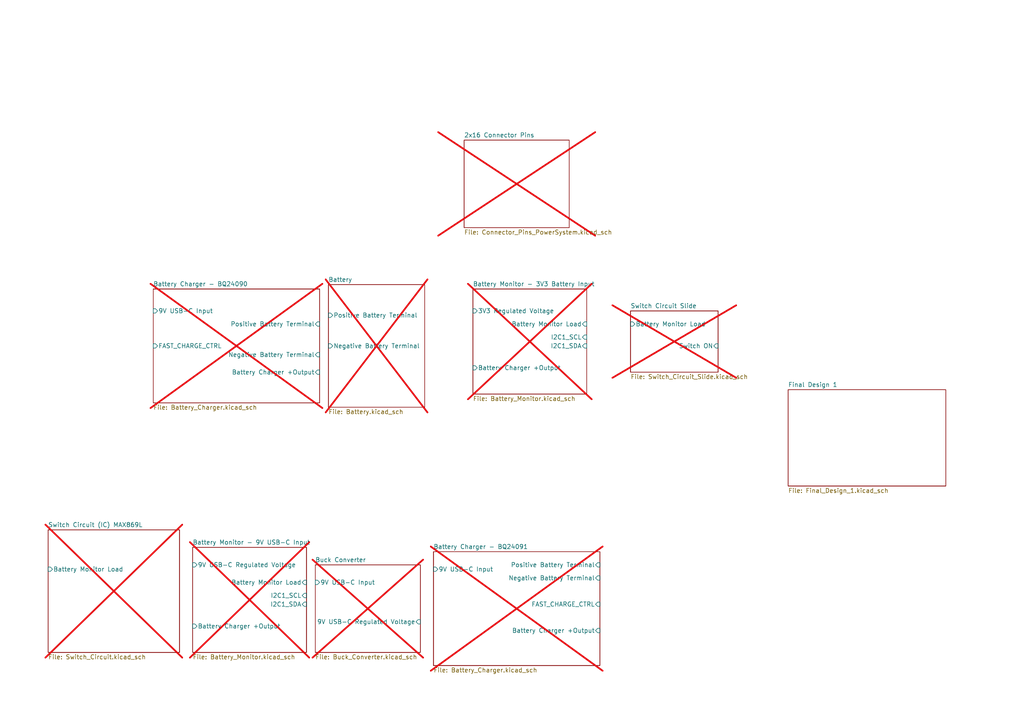
<source format=kicad_sch>
(kicad_sch
	(version 20250114)
	(generator "eeschema")
	(generator_version "9.0")
	(uuid "505f7fbb-3418-4f91-98a7-a149fc7fa57a")
	(paper "A4")
	(title_block
		(title "EEE3088F Project PCB Design")
		(date "2025-03-24")
		(rev "v1.0")
		(company "University of Cape Town")
		(comment 3 "         Emmanual Basua")
		(comment 4 "Authors: Nejdet Demirtas")
	)
	(lib_symbols)
	(sheet
		(at 44.45 83.82)
		(size 48.26 33.02)
		(exclude_from_sim yes)
		(in_bom no)
		(on_board no)
		(dnp yes)
		(fields_autoplaced yes)
		(stroke
			(width 0.1524)
			(type solid)
		)
		(fill
			(color 0 0 0 0.0000)
		)
		(uuid "17708a82-36e9-49d0-b364-e4abfe4a98c9")
		(property "Sheetname" "Battery Charger - BQ24090"
			(at 44.45 83.1084 0)
			(effects
				(font
					(size 1.27 1.27)
				)
				(justify left bottom)
			)
		)
		(property "Sheetfile" "Battery_Charger.kicad_sch"
			(at 44.45 117.4246 0)
			(effects
				(font
					(size 1.27 1.27)
				)
				(justify left top)
			)
		)
		(pin "9V USB-C Input" input
			(at 44.45 90.17 180)
			(uuid "2f344caa-c4ca-461a-88ea-af1ed1cfb242")
			(effects
				(font
					(size 1.27 1.27)
				)
				(justify left)
			)
		)
		(pin "FAST_CHARGE_CTRL" input
			(at 44.45 100.33 180)
			(uuid "9a558669-ce8b-4e9a-80b7-bbe08a661348")
			(effects
				(font
					(size 1.27 1.27)
				)
				(justify left)
			)
		)
		(pin "Battery Charger +Output" input
			(at 92.71 107.95 0)
			(uuid "73d55a54-77c6-4cf8-9288-4dbf9822efe4")
			(effects
				(font
					(size 1.27 1.27)
				)
				(justify right)
			)
		)
		(pin "Negative Battery Terminal" input
			(at 92.71 102.87 0)
			(uuid "c41f088a-5aad-493c-955e-1e28f2d0d309")
			(effects
				(font
					(size 1.27 1.27)
				)
				(justify right)
			)
		)
		(pin "Positive Battery Terminal" input
			(at 92.71 93.98 0)
			(uuid "4ae880ce-3e2d-4240-82fd-3ea4bd3e0e51")
			(effects
				(font
					(size 1.27 1.27)
				)
				(justify right)
			)
		)
		(instances
			(project "Micro-Mouse PCB Board"
				(path "/c79eaff6-1f87-4a86-8c05-59d68a29ace1/ad7d91a5-b43e-4220-926d-1cae98152096"
					(page "6")
				)
			)
		)
	)
	(sheet
		(at 228.6 113.03)
		(size 45.72 27.94)
		(exclude_from_sim no)
		(in_bom yes)
		(on_board yes)
		(dnp no)
		(fields_autoplaced yes)
		(stroke
			(width 0.1524)
			(type solid)
		)
		(fill
			(color 0 0 0 0.0000)
		)
		(uuid "306f2eef-778e-40b2-8f6b-08e6d6abe796")
		(property "Sheetname" "Final Design 1"
			(at 228.6 112.3184 0)
			(effects
				(font
					(size 1.27 1.27)
				)
				(justify left bottom)
			)
		)
		(property "Sheetfile" "Final_Design_1.kicad_sch"
			(at 228.6 141.5546 0)
			(effects
				(font
					(size 1.27 1.27)
				)
				(justify left top)
			)
		)
		(instances
			(project "Micro-Mouse PCB Board"
				(path "/c79eaff6-1f87-4a86-8c05-59d68a29ace1/ad7d91a5-b43e-4220-926d-1cae98152096"
					(page "13")
				)
			)
		)
	)
	(sheet
		(at 182.88 90.17)
		(size 25.4 17.78)
		(exclude_from_sim yes)
		(in_bom no)
		(on_board no)
		(dnp yes)
		(fields_autoplaced yes)
		(stroke
			(width 0.1524)
			(type solid)
		)
		(fill
			(color 0 0 0 0.0000)
		)
		(uuid "44ccebff-f395-4cff-a943-bd06d53de0c0")
		(property "Sheetname" "Switch Circuit Slide"
			(at 182.88 89.4584 0)
			(effects
				(font
					(size 1.27 1.27)
				)
				(justify left bottom)
			)
		)
		(property "Sheetfile" "Switch_Circuit_Slide.kicad_sch"
			(at 182.88 108.5346 0)
			(effects
				(font
					(size 1.27 1.27)
				)
				(justify left top)
			)
		)
		(pin "Battery Monitor Load" input
			(at 182.88 93.98 180)
			(uuid "00285061-ed3e-4bc7-8483-21b21f3353ae")
			(effects
				(font
					(size 1.27 1.27)
				)
				(justify left)
			)
		)
		(pin "Switch ON" input
			(at 208.28 100.33 0)
			(uuid "28607cf3-bf0d-4279-99bf-5828b16240fb")
			(effects
				(font
					(size 1.27 1.27)
				)
				(justify right)
			)
		)
		(instances
			(project "Micro-Mouse PCB Board"
				(path "/c79eaff6-1f87-4a86-8c05-59d68a29ace1/ad7d91a5-b43e-4220-926d-1cae98152096"
					(page "11")
				)
			)
		)
	)
	(sheet
		(at 95.25 82.55)
		(size 27.94 35.56)
		(exclude_from_sim yes)
		(in_bom no)
		(on_board no)
		(dnp yes)
		(fields_autoplaced yes)
		(stroke
			(width 0.1524)
			(type solid)
		)
		(fill
			(color 0 0 0 0.0000)
		)
		(uuid "5325902a-9408-492f-be21-0efb32d15b3a")
		(property "Sheetname" "Battery"
			(at 95.25 81.8384 0)
			(effects
				(font
					(size 1.27 1.27)
				)
				(justify left bottom)
			)
		)
		(property "Sheetfile" "Battery.kicad_sch"
			(at 95.25 118.6946 0)
			(effects
				(font
					(size 1.27 1.27)
				)
				(justify left top)
			)
		)
		(pin "Negative Battery Terminal" input
			(at 95.25 100.33 180)
			(uuid "add06b1c-d3ad-4ff2-9921-ddb4316bdd65")
			(effects
				(font
					(size 1.27 1.27)
				)
				(justify left)
			)
		)
		(pin "Positive Battery Terminal" input
			(at 95.25 91.44 180)
			(uuid "9a1036af-7f49-4b36-8e28-277b6a983f05")
			(effects
				(font
					(size 1.27 1.27)
				)
				(justify left)
			)
		)
		(instances
			(project "Micro-Mouse PCB Board"
				(path "/c79eaff6-1f87-4a86-8c05-59d68a29ace1/ad7d91a5-b43e-4220-926d-1cae98152096"
					(page "9")
				)
			)
		)
	)
	(sheet
		(at 125.73 160.02)
		(size 48.26 33.02)
		(exclude_from_sim yes)
		(in_bom no)
		(on_board no)
		(dnp yes)
		(fields_autoplaced yes)
		(stroke
			(width 0.1524)
			(type solid)
		)
		(fill
			(color 0 0 0 0.0000)
		)
		(uuid "556b4efd-43b0-40a7-b138-bef6cf13618e")
		(property "Sheetname" "Battery Charger - BQ24091"
			(at 125.73 159.3084 0)
			(effects
				(font
					(size 1.27 1.27)
				)
				(justify left bottom)
			)
		)
		(property "Sheetfile" "Battery_Charger.kicad_sch"
			(at 125.73 193.6246 0)
			(effects
				(font
					(size 1.27 1.27)
				)
				(justify left top)
			)
		)
		(pin "9V USB-C Input" input
			(at 125.73 165.1 180)
			(uuid "ea5f1286-4f26-4b12-a981-30a28879f6a6")
			(effects
				(font
					(size 1.27 1.27)
				)
				(justify left)
			)
		)
		(pin "FAST_CHARGE_CTRL" input
			(at 173.99 175.26 0)
			(uuid "516ecd82-847d-4dc4-9f4a-29a634797b34")
			(effects
				(font
					(size 1.27 1.27)
				)
				(justify right)
			)
		)
		(pin "Battery Charger +Output" input
			(at 173.99 182.88 0)
			(uuid "7a32093d-6936-4292-bb03-c537c81260ff")
			(effects
				(font
					(size 1.27 1.27)
				)
				(justify right)
			)
		)
		(pin "Negative Battery Terminal" input
			(at 173.99 167.64 0)
			(uuid "4efe0fd5-db83-4953-9856-1baeac30d22a")
			(effects
				(font
					(size 1.27 1.27)
				)
				(justify right)
			)
		)
		(pin "Positive Battery Terminal" input
			(at 173.99 163.83 0)
			(uuid "a417cb76-0f30-473a-8498-0262d7bf0207")
			(effects
				(font
					(size 1.27 1.27)
				)
				(justify right)
			)
		)
		(instances
			(project "Micro-Mouse PCB Board"
				(path "/c79eaff6-1f87-4a86-8c05-59d68a29ace1/ad7d91a5-b43e-4220-926d-1cae98152096"
					(page "7")
				)
			)
		)
	)
	(sheet
		(at 137.16 83.82)
		(size 33.02 30.48)
		(exclude_from_sim yes)
		(in_bom no)
		(on_board no)
		(dnp yes)
		(fields_autoplaced yes)
		(stroke
			(width 0.1524)
			(type solid)
		)
		(fill
			(color 0 0 0 0.0000)
		)
		(uuid "8f4e4ad6-9858-4843-8b89-11be762992ab")
		(property "Sheetname" "Battery Monitor - 3V3 Battery Input"
			(at 137.16 83.1084 0)
			(effects
				(font
					(size 1.27 1.27)
				)
				(justify left bottom)
			)
		)
		(property "Sheetfile" "Battery_Monitor.kicad_sch"
			(at 137.16 114.8846 0)
			(effects
				(font
					(size 1.27 1.27)
				)
				(justify left top)
			)
		)
		(pin "Battery Charger +Output" input
			(at 137.16 106.68 180)
			(uuid "068e2243-c280-45b9-9e02-ba814bf91438")
			(effects
				(font
					(size 1.27 1.27)
				)
				(justify left)
			)
		)
		(pin "Battery Monitor Load" input
			(at 170.18 93.98 0)
			(uuid "2a793364-7adb-4e19-9fd5-cb40ca988871")
			(effects
				(font
					(size 1.27 1.27)
				)
				(justify right)
			)
		)
		(pin "I2C1_SCL" input
			(at 170.18 97.79 0)
			(uuid "160c6cfe-1ba8-485b-b8b7-19090230921a")
			(effects
				(font
					(size 1.27 1.27)
				)
				(justify right)
			)
		)
		(pin "I2C1_SDA" input
			(at 170.18 100.33 0)
			(uuid "fc2b5830-4123-4d59-b7e0-bd223d4e4a7f")
			(effects
				(font
					(size 1.27 1.27)
				)
				(justify right)
			)
		)
		(pin "3V3 Regulated Voltage" input
			(at 137.16 90.17 180)
			(uuid "911d9805-7fca-4da4-9cbf-6d798a5e906a")
			(effects
				(font
					(size 1.27 1.27)
				)
				(justify left)
			)
		)
		(instances
			(project "Micro-Mouse PCB Board"
				(path "/c79eaff6-1f87-4a86-8c05-59d68a29ace1/ad7d91a5-b43e-4220-926d-1cae98152096"
					(page "12")
				)
			)
		)
	)
	(sheet
		(at 91.44 163.83)
		(size 30.48 25.4)
		(exclude_from_sim yes)
		(in_bom no)
		(on_board no)
		(dnp yes)
		(fields_autoplaced yes)
		(stroke
			(width 0.1524)
			(type solid)
		)
		(fill
			(color 0 0 0 0.0000)
		)
		(uuid "c3039a96-8a81-4d35-9291-370a34abc03c")
		(property "Sheetname" "Buck Converter"
			(at 91.44 163.1184 0)
			(effects
				(font
					(size 1.27 1.27)
				)
				(justify left bottom)
			)
		)
		(property "Sheetfile" "Buck_Converter.kicad_sch"
			(at 91.44 189.8146 0)
			(effects
				(font
					(size 1.27 1.27)
				)
				(justify left top)
			)
		)
		(pin "9V USB-C Input" input
			(at 91.44 168.91 180)
			(uuid "7765860d-823d-41d3-9cef-067bba8547d6")
			(effects
				(font
					(size 1.27 1.27)
				)
				(justify left)
			)
		)
		(pin "9V USB-C Regulated Voltage" input
			(at 121.92 180.34 0)
			(uuid "c1105375-cb26-4e50-bd65-8a9041f713f5")
			(effects
				(font
					(size 1.27 1.27)
				)
				(justify right)
			)
		)
		(instances
			(project "Micro-Mouse PCB Board"
				(path "/c79eaff6-1f87-4a86-8c05-59d68a29ace1/ad7d91a5-b43e-4220-926d-1cae98152096"
					(page "10")
				)
			)
		)
	)
	(sheet
		(at 13.97 153.67)
		(size 38.1 35.56)
		(exclude_from_sim yes)
		(in_bom no)
		(on_board no)
		(dnp yes)
		(fields_autoplaced yes)
		(stroke
			(width 0.1524)
			(type solid)
		)
		(fill
			(color 0 0 0 0.0000)
		)
		(uuid "c41b24ad-4205-427f-a935-8b4a66e3ae50")
		(property "Sheetname" "Switch Circuit (IC) MAX869L"
			(at 13.97 152.9584 0)
			(effects
				(font
					(size 1.27 1.27)
				)
				(justify left bottom)
			)
		)
		(property "Sheetfile" "Switch_Circuit.kicad_sch"
			(at 13.97 189.8146 0)
			(effects
				(font
					(size 1.27 1.27)
				)
				(justify left top)
			)
		)
		(property "Field2" ""
			(at 13.97 153.67 0)
			(effects
				(font
					(size 1.27 1.27)
				)
				(hide yes)
			)
		)
		(pin "Battery Monitor Load" input
			(at 13.97 165.1 180)
			(uuid "778ff94d-bf3c-4fa0-9388-36c2cb59df96")
			(effects
				(font
					(size 1.27 1.27)
				)
				(justify left)
			)
		)
		(instances
			(project "Micro-Mouse PCB Board"
				(path "/c79eaff6-1f87-4a86-8c05-59d68a29ace1/ad7d91a5-b43e-4220-926d-1cae98152096"
					(page "5")
				)
			)
		)
	)
	(sheet
		(at 55.88 158.75)
		(size 33.02 30.48)
		(exclude_from_sim yes)
		(in_bom no)
		(on_board no)
		(dnp yes)
		(fields_autoplaced yes)
		(stroke
			(width 0.1524)
			(type solid)
		)
		(fill
			(color 0 0 0 0.0000)
		)
		(uuid "e22b9128-7d85-48c5-9419-80f88215c90e")
		(property "Sheetname" "Battery Monitor - 9V USB-C Input"
			(at 55.88 158.0384 0)
			(effects
				(font
					(size 1.27 1.27)
				)
				(justify left bottom)
			)
		)
		(property "Sheetfile" "Battery_Monitor.kicad_sch"
			(at 55.88 189.8146 0)
			(effects
				(font
					(size 1.27 1.27)
				)
				(justify left top)
			)
		)
		(pin "9V USB-C Regulated Voltage" input
			(at 55.88 163.83 180)
			(uuid "fb3f3fa6-fd36-4d60-b8c0-ad36a67528f6")
			(effects
				(font
					(size 1.27 1.27)
				)
				(justify left)
			)
		)
		(pin "Battery Charger +Output" input
			(at 55.88 181.61 180)
			(uuid "65ac2a4a-2e5b-41df-8512-b40541b81895")
			(effects
				(font
					(size 1.27 1.27)
				)
				(justify left)
			)
		)
		(pin "Battery Monitor Load" input
			(at 88.9 168.91 0)
			(uuid "de15b0be-9364-4d71-ab3b-488b3f73d187")
			(effects
				(font
					(size 1.27 1.27)
				)
				(justify right)
			)
		)
		(pin "I2C1_SCL" input
			(at 88.9 172.72 0)
			(uuid "80daa98b-64ef-492d-b30d-a5f36efe95d5")
			(effects
				(font
					(size 1.27 1.27)
				)
				(justify right)
			)
		)
		(pin "I2C1_SDA" input
			(at 88.9 175.26 0)
			(uuid "4bb2b44e-10ba-4791-8fbf-0a7ee012f570")
			(effects
				(font
					(size 1.27 1.27)
				)
				(justify right)
			)
		)
		(instances
			(project "Micro-Mouse PCB Board"
				(path "/c79eaff6-1f87-4a86-8c05-59d68a29ace1/ad7d91a5-b43e-4220-926d-1cae98152096"
					(page "8")
				)
			)
		)
	)
	(sheet
		(at 134.62 40.64)
		(size 30.48 25.4)
		(exclude_from_sim yes)
		(in_bom no)
		(on_board no)
		(dnp yes)
		(fields_autoplaced yes)
		(stroke
			(width 0.1524)
			(type solid)
		)
		(fill
			(color 0 0 0 0.0000)
		)
		(uuid "ea91290c-4eb0-4a88-8143-97d156492a34")
		(property "Sheetname" "2x16 Connector Pins"
			(at 134.62 39.9284 0)
			(effects
				(font
					(size 1.27 1.27)
				)
				(justify left bottom)
			)
		)
		(property "Sheetfile" "Connector_Pins_PowerSystem.kicad_sch"
			(at 134.62 66.6246 0)
			(effects
				(font
					(size 1.27 1.27)
				)
				(justify left top)
			)
		)
		(instances
			(project "Micro-Mouse PCB Board"
				(path "/c79eaff6-1f87-4a86-8c05-59d68a29ace1/ad7d91a5-b43e-4220-926d-1cae98152096"
					(page "12")
				)
			)
		)
	)
)

</source>
